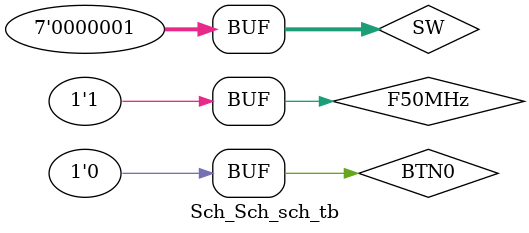
<source format=v>

`timescale 1ns / 1ps

module Sch_Sch_sch_tb();

// Inputs
   reg F50MHz;
   reg [6:0] SW;
   reg BTN0;

// Output
   wire JA9;
   wire JA10;
   wire JB1;
   wire JA7;
   wire [3:0] AN;
   wire [6:0] seg;
   wire seg_P;
   wire JA8;

// Bidirs

// Instantiate the UUT
   Sch UUT (
		.F50MHz(F50MHz), 
		.JA9(JA9), 
		.JA10(JA10), 
		.JB1(JB1), 
		.JA7(JA7), 
		.AN(AN), 
		.seg(seg), 
		.seg_P(seg_P), 
		.SW(SW), 
		.BTN0(BTN0), 
		.JA8(JA8)
   );
	
	parameter Tclk=20; //Ïåðèîä ñèãíàëà ñèíõðîíèçàöèè 20 íñ
	always begin F50MHz=0; #(Tclk/2); F50MHz=1; #(Tclk/2); end
	
// Initialize Inputs
       initial begin
		SW = 1;
		BTN0 = 0;
		end
endmodule

</source>
